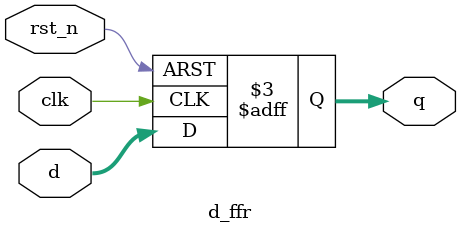
<source format=v>
module d_ffr(clk, rst_n, d, q);
input clk, rst_n;
input  [7:0] d;
output reg [7:0] q;
always @ (posedge clk or negedge rst_n) begin
    if (!rst_n) q <= 0;
    else      q <= d;
end
endmodule
</source>
